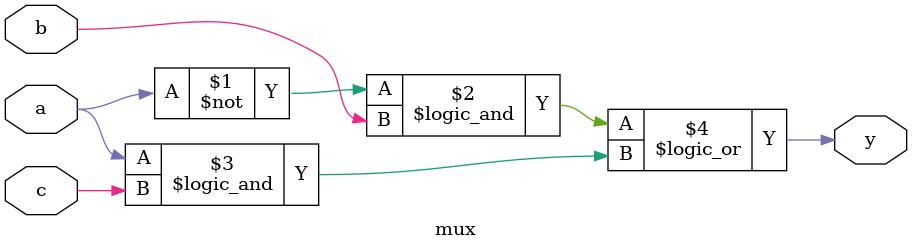
<source format=v>
module mux(a,b,c,y);
input b,c,a;
output y;
assign y = (((~a)&&b)||(a&&c));
initial
begin
    $display("hi");
end
endmodule
</source>
